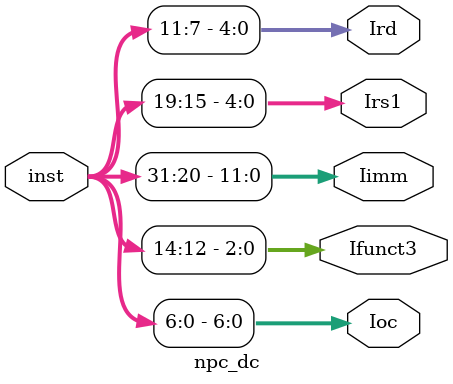
<source format=v>
`timescale 1ns / 1ps

module npc_dc(
    input  [31:0]   inst,
    output [6:0]     Ioc,
    output [2:0] Ifunct3,
    output [11:0]   Iimm,
    output [4:0]    Irs1,
    output [4:0]     Ird                         
);

assign Ioc = inst[6:0];
assign Ifunct3 = inst[14:12];
assign Iimm = inst[31:20];
assign Irs1 = inst[19:15];
assign Ird = inst[11:7];
                                                                   
endmodule

</source>
